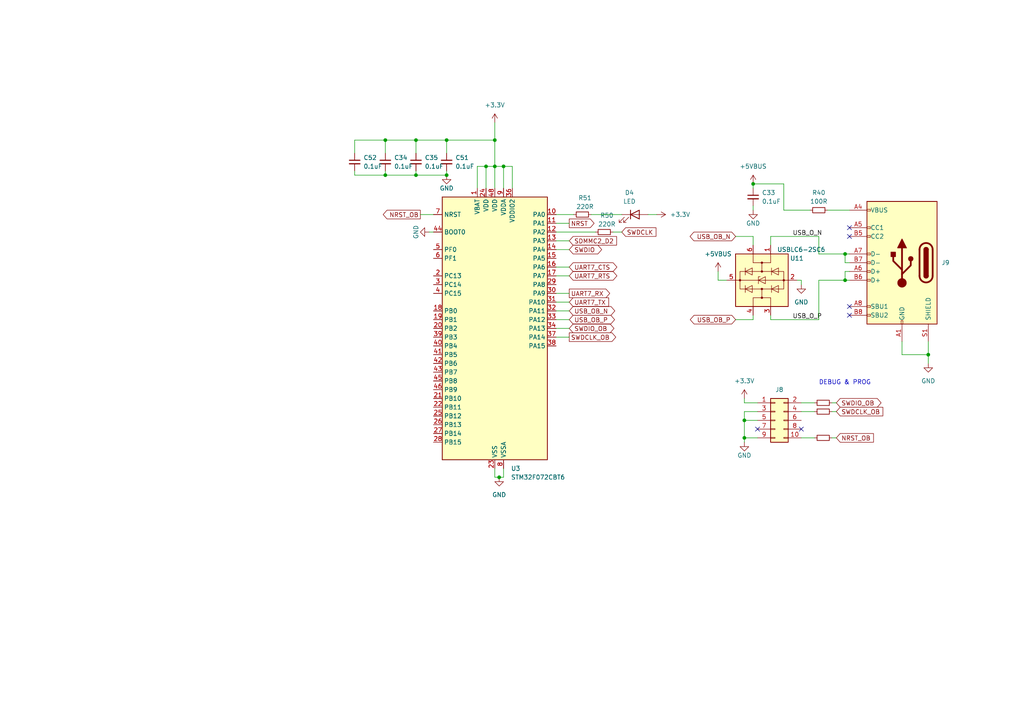
<source format=kicad_sch>
(kicad_sch (version 20250114) (generator "eeschema") (generator_version "9.0")
  (paper "A4")
  (lib_symbols
    (symbol "Connector:USB_C_Receptacle_USB2.0" (pin_names (offset 1.016))
      (property "Reference" "J" (at -10.16 19.05 0))
      (property "Value" "USB_C_Receptacle_USB2.0" (at 19.05 19.05 0))
      (symbol "USB_C_Receptacle_USB2.0_0_0"
        (rectangle (start -0.254 -17.78) (end 0.254 -16.764))
        (rectangle (start 10.16 15.494) (end 9.144 14.986))
        (rectangle (start 10.16 10.414) (end 9.144 9.906))
        (rectangle (start 10.16 7.874) (end 9.144 7.366))
        (rectangle (start 10.16 2.794) (end 9.144 2.286))
        (rectangle (start 10.16 0.254) (end 9.144 -0.254))
        (rectangle (start 10.16 -2.286) (end 9.144 -2.794))
        (rectangle (start 10.16 -4.826) (end 9.144 -5.334))
        (rectangle (start 10.16 -12.446) (end 9.144 -12.954))
        (rectangle (start 10.16 -14.986) (end 9.144 -15.494))
      )
      (symbol "USB_C_Receptacle_USB2.0_0_1"
        (rectangle (start -10.16 17.78) (end 10.16 -17.78) (stroke (width 0.254)) (fill (type background)))
        (polyline (pts (xy -8.89 -3.81) (xy -8.89 3.81)) (stroke (width 0.508)))
        (rectangle (start -7.62 -3.81) (end -6.35 3.81) (stroke (width 0.254)) (fill (type outline)))
        (arc (start -7.62 3.81) (mid -6.985 4.4423) (end -6.35 3.81) (stroke (width 0.254)))
        (arc (start -7.62 3.81) (mid -6.985 4.4423) (end -6.35 3.81) (stroke (width 0.254)) (fill (type outline)))
        (arc (start -8.89 3.81) (mid -6.985 5.7067) (end -5.08 3.81) (stroke (width 0.508)))
        (arc (start -5.08 -3.81) (mid -6.985 -5.7067) (end -8.89 -3.81) (stroke (width 0.508)))
        (arc (start -6.35 -3.81) (mid -6.985 -4.4423) (end -7.62 -3.81) (stroke (width 0.254)))
        (arc (start -6.35 -3.81) (mid -6.985 -4.4423) (end -7.62 -3.81) (stroke (width 0.254)) (fill (type outline)))
        (polyline (pts (xy -5.08 3.81) (xy -5.08 -3.81)) (stroke (width 0.508)))
        (circle (center -2.54 1.143) (radius 0.635) (stroke (width 0.254)) (fill (type outline)))
        (polyline (pts (xy -1.27 4.318) (xy 0 6.858) (xy 1.27 4.318) (xy -1.27 4.318)) (stroke (width 0.254)) (fill (type outline)))
        (polyline (pts (xy 0 -2.032) (xy 2.54 0.508) (xy 2.54 1.778)) (stroke (width 0.508)))
        (polyline (pts (xy 0 -3.302) (xy -2.54 -0.762) (xy -2.54 0.508)) (stroke (width 0.508)))
        (polyline (pts (xy 0 -5.842) (xy 0 4.318)) (stroke (width 0.508)))
        (circle (center 0 -5.842) (radius 1.27) (fill (type outline)))
        (rectangle (start 1.905 1.778) (end 3.175 3.048) (stroke (width 0.254)) (fill (type outline)))
      )
      (symbol "USB_C_Receptacle_USB2.0_1_1"
        (pin passive line (at -7.62 -22.86 90) (length 5.08) (name "SHIELD") (number "S1"))
        (pin passive line (at 0 -22.86 90) (length 5.08) (name "GND") (number "A1"))
        (pin passive line (at 0 -22.86 90) (length 5.08) (hide yes) (name "GND") (number "A12"))
        (pin passive line (at 0 -22.86 90) (length 5.08) (hide yes) (name "GND") (number "B1"))
        (pin passive line (at 0 -22.86 90) (length 5.08) (hide yes) (name "GND") (number "B12"))
        (pin passive line (at 15.24 15.24 180) (length 5.08) (name "VBUS") (number "A4"))
        (pin passive line (at 15.24 15.24 180) (length 5.08) (hide yes) (name "VBUS") (number "A9"))
        (pin passive line (at 15.24 15.24 180) (length 5.08) (hide yes) (name "VBUS") (number "B4"))
        (pin passive line (at 15.24 15.24 180) (length 5.08) (hide yes) (name "VBUS") (number "B9"))
        (pin bidirectional line (at 15.24 10.16 180) (length 5.08) (name "CC1") (number "A5"))
        (pin bidirectional line (at 15.24 7.62 180) (length 5.08) (name "CC2") (number "B5"))
        (pin bidirectional line (at 15.24 2.54 180) (length 5.08) (name "D-") (number "A7"))
        (pin bidirectional line (at 15.24 0 180) (length 5.08) (name "D-") (number "B7"))
        (pin bidirectional line (at 15.24 -2.54 180) (length 5.08) (name "D+") (number "A6"))
        (pin bidirectional line (at 15.24 -5.08 180) (length 5.08) (name "D+") (number "B6"))
        (pin bidirectional line (at 15.24 -12.7 180) (length 5.08) (name "SBU1") (number "A8"))
        (pin bidirectional line (at 15.24 -15.24 180) (length 5.08) (name "SBU2") (number "B8"))
      )
    )
    (symbol "Connector_Generic:Conn_02x05_Odd_Even" (pin_names (offset 1.016) (hide yes))
      (property "Reference" "J" (at 1.27 7.62 0))
      (property "Value" "Conn_02x05_Odd_Even" (at 1.27 -7.62 0))
      (symbol "Conn_02x05_Odd_Even_1_1"
        (rectangle (start -1.27 6.35) (end 3.81 -6.35) (stroke (width 0.254)) (fill (type background)))
        (rectangle (start -1.27 5.207) (end 0 4.953) (stroke (width 0.1524)))
        (rectangle (start -1.27 2.667) (end 0 2.413) (stroke (width 0.1524)))
        (rectangle (start -1.27 0.127) (end 0 -0.127) (stroke (width 0.1524)))
        (rectangle (start -1.27 -2.413) (end 0 -2.667) (stroke (width 0.1524)))
        (rectangle (start -1.27 -4.953) (end 0 -5.207) (stroke (width 0.1524)))
        (rectangle (start 3.81 5.207) (end 2.54 4.953) (stroke (width 0.1524)))
        (rectangle (start 3.81 2.667) (end 2.54 2.413) (stroke (width 0.1524)))
        (rectangle (start 3.81 0.127) (end 2.54 -0.127) (stroke (width 0.1524)))
        (rectangle (start 3.81 -2.413) (end 2.54 -2.667) (stroke (width 0.1524)))
        (rectangle (start 3.81 -4.953) (end 2.54 -5.207) (stroke (width 0.1524)))
        (pin passive line (at -5.08 5.08 0) (length 3.81) (name "Pin_1") (number "1"))
        (pin passive line (at -5.08 2.54 0) (length 3.81) (name "Pin_3") (number "3"))
        (pin passive line (at -5.08 0 0) (length 3.81) (name "Pin_5") (number "5"))
        (pin passive line (at -5.08 -2.54 0) (length 3.81) (name "Pin_7") (number "7"))
        (pin passive line (at -5.08 -5.08 0) (length 3.81) (name "Pin_9") (number "9"))
        (pin passive line (at 7.62 5.08 180) (length 3.81) (name "Pin_2") (number "2"))
        (pin passive line (at 7.62 2.54 180) (length 3.81) (name "Pin_4") (number "4"))
        (pin passive line (at 7.62 0 180) (length 3.81) (name "Pin_6") (number "6"))
        (pin passive line (at 7.62 -2.54 180) (length 3.81) (name "Pin_8") (number "8"))
        (pin passive line (at 7.62 -5.08 180) (length 3.81) (name "Pin_10") (number "10"))
      )
    )
    (symbol "Device:C_Small" (pin_numbers (hide yes)) (pin_names (offset 0.254) (hide yes))
      (property "Reference" "C" (at 0.254 1.778 0))
      (property "Value" "C_Small" (at 0.254 -2.032 0))
      (symbol "C_Small_0_1"
        (polyline (pts (xy -1.524 0.508) (xy 1.524 0.508)) (stroke (width 0.3048)))
        (polyline (pts (xy -1.524 -0.508) (xy 1.524 -0.508)) (stroke (width 0.3302)))
      )
      (symbol "C_Small_1_1"
        (pin passive line (at 0 2.54 270) (length 2.032) (name "~") (number "1"))
        (pin passive line (at 0 -2.54 90) (length 2.032) (name "~") (number "2"))
      )
    )
    (symbol "Device:LED" (pin_numbers (hide yes)) (pin_names (offset 1.016) (hide yes))
      (property "Reference" "D" (at 0 2.54 0))
      (property "Value" "LED" (at 0 -2.54 0))
      (symbol "LED_0_1"
        (polyline (pts (xy -3.048 -0.762) (xy -4.572 -2.286) (xy -3.81 -2.286) (xy -4.572 -2.286) (xy -4.572 -1.524)))
        (polyline (pts (xy -1.778 -0.762) (xy -3.302 -2.286) (xy -2.54 -2.286) (xy -3.302 -2.286) (xy -3.302 -1.524)))
        (polyline (pts (xy -1.27 0) (xy 1.27 0)))
        (polyline (pts (xy -1.27 -1.27) (xy -1.27 1.27)) (stroke (width 0.254)))
        (polyline (pts (xy 1.27 -1.27) (xy 1.27 1.27) (xy -1.27 0) (xy 1.27 -1.27)) (stroke (width 0.254)))
      )
      (symbol "LED_1_1"
        (pin passive line (at -3.81 0 0) (length 2.54) (name "K") (number "1"))
        (pin passive line (at 3.81 0 180) (length 2.54) (name "A") (number "2"))
      )
    )
    (symbol "Device:R_Small" (pin_numbers (hide yes)) (pin_names (offset 0.254) (hide yes))
      (property "Reference" "R" (at 0.762 0.508 0))
      (property "Value" "R_Small" (at 0.762 -1.016 0))
      (symbol "R_Small_0_1"
        (rectangle (start -0.762 1.778) (end 0.762 -1.778) (stroke (width 0.2032)))
      )
      (symbol "R_Small_1_1"
        (pin passive line (at 0 2.54 270) (length 0.762) (name "~") (number "1"))
        (pin passive line (at 0 -2.54 90) (length 0.762) (name "~") (number "2"))
      )
    )
    (symbol "GND_1" (power) (pin_numbers (hide yes)) (pin_names (offset 0) (hide yes))
      (property "Value" "GND" (at 0 -3.81 0))
      (symbol "GND_1_0_1"
        (polyline (pts (xy 0 0) (xy 0 -1.27) (xy 1.27 -1.27) (xy 0 -2.54) (xy -1.27 -1.27) (xy 0 -1.27)))
      )
      (symbol "GND_1_1_1"
        (pin power_in line (at 0 0 270) (length 0) (name "~") (number "1"))
      )
    )
    (symbol "MCU_ST_STM32F0:STM32F072CBTx"
      (property "Reference" "U" (at -15.24 39.37 0))
      (property "Value" "STM32F072CBTx" (at 7.62 39.37 0))
      (symbol "STM32F072CBTx_0_1"
        (rectangle (start -15.24 -38.1) (end 15.24 38.1) (stroke (width 0.254)) (fill (type background)))
      )
      (symbol "STM32F072CBTx_1_1"
        (pin input line (at -17.78 33.02 0) (length 2.54) (name "NRST") (number "7"))
        (pin input line (at -17.78 27.94 0) (length 2.54) (name "BOOT0") (number "44"))
        (pin bidirectional line (at -17.78 22.86 0) (length 2.54) (name "PF0") (number "5"))
        (pin bidirectional line (at -17.78 20.32 0) (length 2.54) (name "PF1") (number "6"))
        (pin bidirectional line (at -17.78 15.24 0) (length 2.54) (name "PC13") (number "2"))
        (pin bidirectional line (at -17.78 12.7 0) (length 2.54) (name "PC14") (number "3"))
        (pin bidirectional line (at -17.78 10.16 0) (length 2.54) (name "PC15") (number "4"))
        (pin bidirectional line (at -17.78 5.08 0) (length 2.54) (name "PB0") (number "18"))
        (pin bidirectional line (at -17.78 2.54 0) (length 2.54) (name "PB1") (number "19"))
        (pin bidirectional line (at -17.78 0 0) (length 2.54) (name "PB2") (number "20"))
        (pin bidirectional line (at -17.78 -2.54 0) (length 2.54) (name "PB3") (number "39"))
        (pin bidirectional line (at -17.78 -5.08 0) (length 2.54) (name "PB4") (number "40"))
        (pin bidirectional line (at -17.78 -7.62 0) (length 2.54) (name "PB5") (number "41"))
        (pin bidirectional line (at -17.78 -10.16 0) (length 2.54) (name "PB6") (number "42"))
        (pin bidirectional line (at -17.78 -12.7 0) (length 2.54) (name "PB7") (number "43"))
        (pin bidirectional line (at -17.78 -15.24 0) (length 2.54) (name "PB8") (number "45"))
        (pin bidirectional line (at -17.78 -17.78 0) (length 2.54) (name "PB9") (number "46"))
        (pin bidirectional line (at -17.78 -20.32 0) (length 2.54) (name "PB10") (number "21"))
        (pin bidirectional line (at -17.78 -22.86 0) (length 2.54) (name "PB11") (number "22"))
        (pin bidirectional line (at -17.78 -25.4 0) (length 2.54) (name "PB12") (number "25"))
        (pin bidirectional line (at -17.78 -27.94 0) (length 2.54) (name "PB13") (number "26"))
        (pin bidirectional line (at -17.78 -30.48 0) (length 2.54) (name "PB14") (number "27"))
        (pin bidirectional line (at -17.78 -33.02 0) (length 2.54) (name "PB15") (number "28"))
        (pin power_in line (at -5.08 40.64 270) (length 2.54) (name "VBAT") (number "1"))
        (pin power_in line (at -2.54 40.64 270) (length 2.54) (name "VDD") (number "24"))
        (pin power_in line (at 0 40.64 270) (length 2.54) (name "VDD") (number "48"))
        (pin power_in line (at 0 -40.64 90) (length 2.54) (name "VSS") (number "23"))
        (pin passive line (at 0 -40.64 90) (length 2.54) (hide yes) (name "VSS") (number "35"))
        (pin passive line (at 0 -40.64 90) (length 2.54) (hide yes) (name "VSS") (number "47"))
        (pin power_in line (at 2.54 40.64 270) (length 2.54) (name "VDDA") (number "9"))
        (pin power_in line (at 2.54 -40.64 90) (length 2.54) (name "VSSA") (number "8"))
        (pin power_in line (at 5.08 40.64 270) (length 2.54) (name "VDDIO2") (number "36"))
        (pin bidirectional line (at 17.78 33.02 180) (length 2.54) (name "PA0") (number "10"))
        (pin bidirectional line (at 17.78 30.48 180) (length 2.54) (name "PA1") (number "11"))
        (pin bidirectional line (at 17.78 27.94 180) (length 2.54) (name "PA2") (number "12"))
        (pin bidirectional line (at 17.78 25.4 180) (length 2.54) (name "PA3") (number "13"))
        (pin bidirectional line (at 17.78 22.86 180) (length 2.54) (name "PA4") (number "14"))
        (pin bidirectional line (at 17.78 20.32 180) (length 2.54) (name "PA5") (number "15"))
        (pin bidirectional line (at 17.78 17.78 180) (length 2.54) (name "PA6") (number "16"))
        (pin bidirectional line (at 17.78 15.24 180) (length 2.54) (name "PA7") (number "17"))
        (pin bidirectional line (at 17.78 12.7 180) (length 2.54) (name "PA8") (number "29"))
        (pin bidirectional line (at 17.78 10.16 180) (length 2.54) (name "PA9") (number "30"))
        (pin bidirectional line (at 17.78 7.62 180) (length 2.54) (name "PA10") (number "31"))
        (pin bidirectional line (at 17.78 5.08 180) (length 2.54) (name "PA11") (number "32"))
        (pin bidirectional line (at 17.78 2.54 180) (length 2.54) (name "PA12") (number "33"))
        (pin bidirectional line (at 17.78 0 180) (length 2.54) (name "PA13") (number "34"))
        (pin bidirectional line (at 17.78 -2.54 180) (length 2.54) (name "PA14") (number "37"))
        (pin bidirectional line (at 17.78 -5.08 180) (length 2.54) (name "PA15") (number "38"))
      )
    )
    (symbol "Power_Protection:USBLC6-2SC6" (pin_names (hide yes))
      (property "Reference" "U" (at 2.54 8.89 0))
      (property "Value" "USBLC6-2SC6" (at 2.54 -8.89 0))
      (symbol "USBLC6-2SC6_0_1"
        (rectangle (start -7.62 -7.62) (end 7.62 7.62) (stroke (width 0.254)) (fill (type background)))
        (polyline (pts (xy -5.08 2.54) (xy -7.62 2.54)))
        (circle (center -5.08 0) (radius 0.254) (fill (type outline)))
        (polyline (pts (xy -5.08 0) (xy -5.08 -2.54)))
        (polyline (pts (xy -5.08 -2.54) (xy -7.62 -2.54)))
        (polyline (pts (xy -3.556 2.794) (xy -1.524 2.794) (xy -2.54 4.826) (xy -3.556 2.794)))
        (polyline (pts (xy -3.556 -4.826) (xy -1.524 -4.826) (xy -2.54 -2.794) (xy -3.556 -4.826)))
        (rectangle (start -2.54 6.35) (end 2.54 -6.35))
        (circle (center -2.54 0) (radius 0.254) (fill (type outline)))
        (polyline (pts (xy -2.54 0) (xy -5.08 0) (xy -5.08 2.54)))
        (polyline (pts (xy -1.524 4.826) (xy -3.556 4.826)))
        (polyline (pts (xy -1.524 -2.794) (xy -3.556 -2.794)))
        (polyline (pts (xy -1.016 -1.016) (xy 1.016 -1.016) (xy 0 1.016) (xy -1.016 -1.016)))
        (circle (center 0 6.35) (radius 0.254) (fill (type outline)))
        (polyline (pts (xy 0 6.35) (xy 0 7.62)))
        (polyline (pts (xy 0 1.27) (xy 0 6.35)))
        (polyline (pts (xy 0 -6.35) (xy 0 1.27)))
        (circle (center 0 -6.35) (radius 0.254) (fill (type outline)))
        (polyline (pts (xy 0 -7.62) (xy 0 -6.35)))
        (polyline (pts (xy 1.016 1.016) (xy 0.762 1.016) (xy -1.016 1.016) (xy -1.016 0.508)))
        (polyline (pts (xy 1.524 4.826) (xy 3.556 4.826)))
        (polyline (pts (xy 1.524 -2.794) (xy 3.556 -2.794)))
        (polyline (pts (xy 2.54 0) (xy 5.08 0) (xy 5.08 2.54)))
        (circle (center 2.54 0) (radius 0.254) (fill (type outline)))
        (polyline (pts (xy 3.556 2.794) (xy 1.524 2.794) (xy 2.54 4.826) (xy 3.556 2.794)))
        (polyline (pts (xy 3.556 -4.826) (xy 1.524 -4.826) (xy 2.54 -2.794) (xy 3.556 -4.826)))
        (polyline (pts (xy 5.08 2.54) (xy 7.62 2.54)))
        (polyline (pts (xy 5.08 0) (xy 5.08 -2.54)))
        (circle (center 5.08 0) (radius 0.254) (fill (type outline)))
        (polyline (pts (xy 5.08 -2.54) (xy 7.62 -2.54)))
      )
      (symbol "USBLC6-2SC6_1_1"
        (pin passive line (at -10.16 2.54 0) (length 2.54) (name "I/O1") (number "6"))
        (pin passive line (at -10.16 -2.54 0) (length 2.54) (name "I/O1") (number "1"))
        (pin passive line (at 0 10.16 270) (length 2.54) (name "VBUS") (number "5"))
        (pin passive line (at 0 -10.16 90) (length 2.54) (name "GND") (number "2"))
        (pin passive line (at 10.16 2.54 180) (length 2.54) (name "I/O2") (number "4"))
        (pin passive line (at 10.16 -2.54 180) (length 2.54) (name "I/O2") (number "3"))
      )
    )
    (symbol "power:+3.3V" (power) (pin_names (offset 0))
      (property "Value" "+3.3V" (at 0 3.556 0))
      (symbol "+3.3V_0_1"
        (polyline (pts (xy -0.762 1.27) (xy 0 2.54)))
        (polyline (pts (xy 0 2.54) (xy 0.762 1.27)))
        (polyline (pts (xy 0 0) (xy 0 2.54)))
      )
      (symbol "+3.3V_1_1"
        (pin power_in line (at 0 0 90) (length 0) (hide yes) (name "+3.3V") (number "1"))
      )
    )
    (symbol "power:+5V" (power) (pin_names (offset 0))
      (property "Value" "+5V" (at 0 3.556 0))
      (symbol "+5V_0_1"
        (polyline (pts (xy -0.762 1.27) (xy 0 2.54)))
        (polyline (pts (xy 0 2.54) (xy 0.762 1.27)))
        (polyline (pts (xy 0 0) (xy 0 2.54)))
      )
      (symbol "+5V_1_1"
        (pin power_in line (at 0 0 90) (length 0) (hide yes) (name "+5V") (number "1"))
      )
    )
    (symbol "power:GND" (power) (pin_names (offset 0))
      (property "Value" "GND" (at 0 -3.81 0))
      (symbol "GND_0_1"
        (polyline (pts (xy 0 0) (xy 0 -1.27) (xy 1.27 -1.27) (xy 0 -2.54) (xy -1.27 -1.27) (xy 0 -1.27)))
      )
      (symbol "GND_1_1"
        (pin power_in line (at 0 0 270) (length 0) (hide yes) (name "GND") (number "1"))
      )
    )
  )
  (text "DEBUG & PROG" (at 237.49 111.76 0) (effects (font (size 1.27 1.27)) (justify left bottom)))
  (junction (at 146.05 48.26))
  (junction (at 140.97 48.26))
  (junction (at 218.44 53.34))
  (junction (at 215.9 127))
  (junction (at 245.11 81.28))
  (junction (at 143.51 48.26))
  (junction (at 245.11 73.66))
  (junction (at 269.24 102.87))
  (junction (at 129.54 50.8))
  (junction (at 129.54 40.64))
  (junction (at 215.9 121.92))
  (junction (at 111.76 40.64))
  (junction (at 120.65 50.8))
  (junction (at 144.78 138.43))
  (junction (at 120.65 40.64))
  (junction (at 111.76 50.8))
  (junction (at 143.51 40.64))
  (no_connect (at 246.38 68.58))
  (no_connect (at 232.41 124.46))
  (no_connect (at 246.38 66.04))
  (no_connect (at 246.38 88.9))
  (no_connect (at 246.38 91.44))
  (no_connect (at 219.71 124.46))
  (wire (pts (xy 245.11 73.66) (xy 237.49 73.66)))
  (wire (pts (xy 120.65 40.64) (xy 120.65 44.45)))
  (wire (pts (xy 146.05 48.26) (xy 148.59 48.26)))
  (wire (pts (xy 138.43 48.26) (xy 140.97 48.26)))
  (wire (pts (xy 241.3 127) (xy 242.57 127)))
  (wire (pts (xy 208.28 78.74) (xy 208.28 81.28)))
  (wire (pts (xy 219.71 119.38) (xy 215.9 119.38)))
  (wire (pts (xy 241.3 119.38) (xy 242.57 119.38)))
  (wire (pts (xy 237.49 81.28) (xy 237.49 92.71)))
  (wire (pts (xy 223.52 68.58) (xy 223.52 71.12)))
  (wire (pts (xy 161.29 69.85) (xy 165.1 69.85)))
  (wire (pts (xy 143.51 135.89) (xy 143.51 138.43)))
  (wire (pts (xy 232.41 116.84) (xy 236.22 116.84)))
  (wire (pts (xy 161.29 97.79) (xy 165.1 97.79)))
  (wire (pts (xy 218.44 92.71) (xy 218.44 91.44)))
  (wire (pts (xy 161.29 72.39) (xy 165.1 72.39)))
  (wire (pts (xy 232.41 119.38) (xy 236.22 119.38)))
  (wire (pts (xy 111.76 40.64) (xy 111.76 44.45)))
  (wire (pts (xy 161.29 67.31) (xy 172.72 67.31)))
  (wire (pts (xy 143.51 48.26) (xy 143.51 54.61)))
  (wire (pts (xy 232.41 82.55) (xy 232.41 81.28)))
  (wire (pts (xy 161.29 80.01) (xy 165.1 80.01)))
  (wire (pts (xy 140.97 48.26) (xy 143.51 48.26)))
  (wire (pts (xy 102.87 50.8) (xy 111.76 50.8)))
  (wire (pts (xy 261.62 102.87) (xy 269.24 102.87)))
  (wire (pts (xy 138.43 54.61) (xy 138.43 48.26)))
  (wire (pts (xy 143.51 48.26) (xy 146.05 48.26)))
  (wire (pts (xy 161.29 90.17) (xy 165.1 90.17)))
  (wire (pts (xy 261.62 99.06) (xy 261.62 102.87)))
  (wire (pts (xy 237.49 81.28) (xy 245.11 81.28)))
  (wire (pts (xy 143.51 40.64) (xy 143.51 48.26)))
  (wire (pts (xy 245.11 76.2) (xy 246.38 76.2)))
  (wire (pts (xy 121.92 62.23) (xy 125.73 62.23)))
  (wire (pts (xy 215.9 116.84) (xy 219.71 116.84)))
  (wire (pts (xy 140.97 48.26) (xy 140.97 54.61)))
  (wire (pts (xy 269.24 102.87) (xy 269.24 105.41)))
  (wire (pts (xy 218.44 68.58) (xy 218.44 71.12)))
  (wire (pts (xy 146.05 48.26) (xy 146.05 54.61)))
  (wire (pts (xy 269.24 102.87) (xy 269.24 99.06)))
  (wire (pts (xy 232.41 81.28) (xy 231.14 81.28)))
  (wire (pts (xy 120.65 40.64) (xy 129.54 40.64)))
  (wire (pts (xy 213.36 68.58) (xy 218.44 68.58)))
  (wire (pts (xy 218.44 53.34) (xy 218.44 54.61)))
  (wire (pts (xy 171.45 62.23) (xy 180.34 62.23)))
  (wire (pts (xy 215.9 127) (xy 215.9 121.92)))
  (wire (pts (xy 161.29 77.47) (xy 165.1 77.47)))
  (wire (pts (xy 215.9 121.92) (xy 219.71 121.92)))
  (wire (pts (xy 219.71 127) (xy 215.9 127)))
  (wire (pts (xy 161.29 64.77) (xy 165.1 64.77)))
  (wire (pts (xy 237.49 73.66) (xy 237.49 68.58)))
  (wire (pts (xy 143.51 35.56) (xy 143.51 40.64)))
  (wire (pts (xy 232.41 127) (xy 236.22 127)))
  (wire (pts (xy 161.29 62.23) (xy 166.37 62.23)))
  (wire (pts (xy 161.29 95.25) (xy 165.1 95.25)))
  (wire (pts (xy 245.11 81.28) (xy 246.38 81.28)))
  (wire (pts (xy 237.49 68.58) (xy 223.52 68.58)))
  (wire (pts (xy 215.9 127) (xy 215.9 128.27)))
  (wire (pts (xy 102.87 49.53) (xy 102.87 50.8)))
  (wire (pts (xy 240.03 60.96) (xy 246.38 60.96)))
  (wire (pts (xy 208.28 81.28) (xy 210.82 81.28)))
  (wire (pts (xy 223.52 92.71) (xy 223.52 91.44)))
  (wire (pts (xy 246.38 73.66) (xy 245.11 73.66)))
  (wire (pts (xy 213.36 92.71) (xy 218.44 92.71)))
  (wire (pts (xy 102.87 44.45) (xy 102.87 40.64)))
  (wire (pts (xy 218.44 53.34) (xy 227.33 53.34)))
  (wire (pts (xy 111.76 50.8) (xy 120.65 50.8)))
  (wire (pts (xy 120.65 50.8) (xy 129.54 50.8)))
  (wire (pts (xy 237.49 92.71) (xy 223.52 92.71)))
  (wire (pts (xy 146.05 138.43) (xy 146.05 135.89)))
  (wire (pts (xy 111.76 40.64) (xy 120.65 40.64)))
  (wire (pts (xy 124.46 67.31) (xy 125.73 67.31)))
  (wire (pts (xy 227.33 60.96) (xy 234.95 60.96)))
  (wire (pts (xy 215.9 119.38) (xy 215.9 121.92)))
  (wire (pts (xy 102.87 40.64) (xy 111.76 40.64)))
  (wire (pts (xy 161.29 87.63) (xy 165.1 87.63)))
  (wire (pts (xy 148.59 48.26) (xy 148.59 54.61)))
  (wire (pts (xy 187.96 62.23) (xy 190.5 62.23)))
  (wire (pts (xy 161.29 92.71) (xy 165.1 92.71)))
  (wire (pts (xy 129.54 40.64) (xy 143.51 40.64)))
  (wire (pts (xy 245.11 78.74) (xy 245.11 81.28)))
  (wire (pts (xy 120.65 49.53) (xy 120.65 50.8)))
  (wire (pts (xy 241.3 116.84) (xy 242.57 116.84)))
  (wire (pts (xy 111.76 49.53) (xy 111.76 50.8)))
  (wire (pts (xy 215.9 115.57) (xy 215.9 116.84)))
  (wire (pts (xy 227.33 53.34) (xy 227.33 60.96)))
  (wire (pts (xy 218.44 59.69) (xy 218.44 60.96)))
  (wire (pts (xy 161.29 85.09) (xy 165.1 85.09)))
  (wire (pts (xy 129.54 50.8) (xy 129.54 49.53)))
  (wire (pts (xy 143.51 138.43) (xy 144.78 138.43)))
  (wire (pts (xy 129.54 40.64) (xy 129.54 44.45)))
  (wire (pts (xy 177.8 67.31) (xy 180.34 67.31)))
  (wire (pts (xy 246.38 78.74) (xy 245.11 78.74)))
  (wire (pts (xy 144.78 138.43) (xy 146.05 138.43)))
  (wire (pts (xy 245.11 73.66) (xy 245.11 76.2)))
  (label "USB_O_N" (at 229.87 68.58 0))
  (label "USB_O_P" (at 229.87 92.71 0))
  (global_label "UART7_TX" (shape input) (at 165.1 87.63 0) (property "Intersheetrefs" "${INTERSHEET_REFS}" (effects (hide yes))))
  (global_label "SDMMC2_D2" (shape input) (at 165.1 69.85 0) (property "Intersheetrefs" "${INTERSHEET_REFS}" (effects (hide yes))))
  (global_label "SWDIO_OB" (shape bidirectional) (at 165.1 95.25 0) (property "Intersheetrefs" "${INTERSHEET_REFS}" (effects (hide yes))))
  (global_label "USB_OB_P" (shape bidirectional) (at 213.36 92.71 180) (property "Intersheetrefs" "${INTERSHEET_REFS}" (effects (hide yes))))
  (global_label "UART7_RTS" (shape bidirectional) (at 165.1 80.01 0) (property "Intersheetrefs" "${INTERSHEET_REFS}" (effects (hide yes))))
  (global_label "UART7_CTS" (shape bidirectional) (at 165.1 77.47 0) (property "Intersheetrefs" "${INTERSHEET_REFS}" (effects (hide yes))))
  (global_label "SWDCLK_OB" (shape input) (at 242.57 119.38 0) (property "Intersheetrefs" "${INTERSHEET_REFS}" (effects (hide yes))))
  (global_label "SWDCLK" (shape input) (at 180.34 67.31 0) (property "Intersheetrefs" "${INTERSHEET_REFS}" (effects (hide yes))))
  (global_label "NRST_OB" (shape output) (at 121.92 62.23 180) (property "Intersheetrefs" "${INTERSHEET_REFS}" (effects (hide yes))))
  (global_label "NRST" (shape output) (at 165.1 64.77 0) (property "Intersheetrefs" "${INTERSHEET_REFS}" (effects (hide yes))))
  (global_label "SWDCLK_OB" (shape output) (at 165.1 97.79 0) (property "Intersheetrefs" "${INTERSHEET_REFS}" (effects (hide yes))))
  (global_label "USB_OB_N" (shape bidirectional) (at 165.1 90.17 0) (property "Intersheetrefs" "${INTERSHEET_REFS}" (effects (hide yes))))
  (global_label "SWDIO_OB" (shape bidirectional) (at 242.57 116.84 0) (property "Intersheetrefs" "${INTERSHEET_REFS}" (effects (hide yes))))
  (global_label "UART7_RX" (shape output) (at 165.1 85.09 0) (property "Intersheetrefs" "${INTERSHEET_REFS}" (effects (hide yes))))
  (global_label "USB_OB_P" (shape bidirectional) (at 165.1 92.71 0) (property "Intersheetrefs" "${INTERSHEET_REFS}" (effects (hide yes))))
  (global_label "SWDIO" (shape bidirectional) (at 165.1 72.39 0) (property "Intersheetrefs" "${INTERSHEET_REFS}" (effects (hide yes))))
  (global_label "USB_OB_N" (shape bidirectional) (at 213.36 68.58 180) (property "Intersheetrefs" "${INTERSHEET_REFS}" (effects (hide yes))))
  (global_label "NRST_OB" (shape input) (at 242.57 127 0) (property "Intersheetrefs" "${INTERSHEET_REFS}" (effects (hide yes))))
  (symbol (lib_id "Device:R_Small") (at 238.76 119.38 270) (unit 1)
    (property "Reference" "R42" (effects (hide yes)))
    (property "Value" "22R" (effects (hide yes)))
    (property "Footprint" "Resistor_SMD:R_0603_1608Metric" (effects (hide yes)))
  )
  (symbol (lib_id "Device:R_Small") (at 237.49 60.96 270) (unit 1)
    (property "Reference" "R40" (at 237.49 55.88 90))
    (property "Value" "100R" (at 237.49 58.42 90))
    (property "Footprint" "Resistor_SMD:R_0603_1608Metric" (effects (hide yes)))
  )
  (symbol (lib_id "Device:C_Small") (at 111.76 46.99 0) (unit 1)
    (property "Reference" "C34" (at 114.3 45.7263 0) (effects (justify left)))
    (property "Value" "0.1uF" (at 114.3 48.2663 0) (effects (justify left)))
    (property "Footprint" "Capacitor_SMD:C_0603_1608Metric" (effects (hide yes)))
  )
  (symbol (lib_id "MCU_ST_STM32F0:STM32F072CBTx") (at 143.51 95.25 0) (unit 1)
    (property "Reference" "U3" (at 148.1933 135.89 0) (effects (justify left)))
    (property "Value" "STM32F072CBT6" (at 148.1933 138.43 0) (effects (justify left)))
    (property "Footprint" "Package_QFP:LQFP-48_7x7mm_P0.5mm" (effects (hide yes)))
    (property "Datasheet" "https://www.st.com/resource/en/datasheet/stm32f072cb.pdf" (effects (hide yes)))
    (property "Description" "STMicroelectronics Arm Cortex-M0 MCU, 128KB flash, 16KB RAM, 48 MHz, 2.0-3.6V, 37 GPIO, LQFP48" (effects (hide yes)))
  )
  (symbol (lib_id "Device:C_Small") (at 129.54 46.99 0) (unit 1)
    (property "Reference" "C51" (at 132.08 45.7263 0) (effects (justify left)))
    (property "Value" "0.1uF" (at 132.08 48.2663 0) (effects (justify left)))
    (property "Footprint" "Capacitor_SMD:C_0603_1608Metric" (effects (hide yes)))
  )
  (symbol (lib_id "power:+5V") (at 208.28 78.74 0) (unit 1)
    (property "Reference" "#PWR070" (effects (hide yes)))
    (property "Value" "+5VBUS" (at 208.28 73.66 0))
  )
  (symbol (lib_id "Connector:USB_C_Receptacle_USB2.0") (at 261.62 76.2 0) (mirror y) (unit 1)
    (property "Reference" "J9" (at 273.05 76.2 0) (effects (justify right)))
    (property "Value" "USB_C_Receptacle_USB2.0" (effects (hide yes)))
    (property "Footprint" "Connector_USB:USB_C_Receptacle_G-Switch_GT-USB-7010ASV" (effects (hide yes)))
    (property "Datasheet" "https://www.usb.org/sites/default/files/documents/usb_type-c.zip" (effects (hide yes)))
  )
  (symbol (lib_id "power:+5V") (at 218.44 53.34 0) (unit 1)
    (property "Reference" "#PWR064" (effects (hide yes)))
    (property "Value" "+5VBUS" (at 218.44 48.26 0))
  )
  (symbol (lib_id "Device:R_Small") (at 238.76 127 270) (unit 1)
    (property "Reference" "R44" (effects (hide yes)))
    (property "Value" "22R" (effects (hide yes)))
    (property "Footprint" "Resistor_SMD:R_0603_1608Metric" (effects (hide yes)))
  )
  (symbol (lib_id "Device:LED") (at 184.15 62.23 0) (unit 1)
    (property "Reference" "D4" (at 182.5625 55.88 0))
    (property "Value" "LED" (at 182.5625 58.42 0))
    (property "Footprint" "LED_SMD:LED_0603_1608Metric" (effects (hide yes)))
    (property "Description" "Light emitting diode" (effects (hide yes)))
    (property "Sim.Pins" "1=K 2=A" (effects (hide yes)))
  )
  (symbol (lib_id "power:+3.3V") (at 215.9 115.57 0) (unit 1)
    (property "Reference" "#PWR067" (effects (hide yes)))
    (property "Value" "+3.3V" (at 215.9 110.49 0))
  )
  (symbol (lib_id "Device:C_Small") (at 120.65 46.99 0) (unit 1)
    (property "Reference" "C35" (at 123.19 45.7263 0) (effects (justify left)))
    (property "Value" "0.1uF" (at 123.19 48.2663 0) (effects (justify left)))
    (property "Footprint" "Capacitor_SMD:C_0603_1608Metric" (effects (hide yes)))
  )
  (symbol (lib_id "power:GND") (at 124.46 67.31 270) (unit 1)
    (property "Reference" "#PWR075" (effects (hide yes)))
    (property "Value" "GND" (at 120.65 67.31 0))
  )
  (symbol (lib_id "Device:C_Small") (at 102.87 46.99 0) (unit 1)
    (property "Reference" "C52" (at 105.41 45.7263 0) (effects (justify left)))
    (property "Value" "0.1uF" (at 105.41 48.2663 0) (effects (justify left)))
    (property "Footprint" "Capacitor_SMD:C_0603_1608Metric" (effects (hide yes)))
  )
  (symbol (lib_id "power:GND") (at 144.78 138.43 0) (unit 1)
    (property "Reference" "#PWR076" (effects (hide yes)))
    (property "Value" "GND" (at 144.78 143.51 0))
  )
  (symbol (lib_id "Device:R_Small") (at 175.26 67.31 270) (unit 1)
    (property "Reference" "R50" (at 176.022 62.484 90))
    (property "Value" "220R" (at 176.022 65.024 90))
    (property "Footprint" "Resistor_SMD:R_0603_1608Metric" (effects (hide yes)))
  )
  (symbol (lib_id "power:GND") (at 232.41 82.55 0) (unit 1)
    (property "Reference" "#PWR066" (effects (hide yes)))
    (property "Value" "GND" (at 232.41 87.63 0))
  )
  (symbol (lib_id "power:+3.3V") (at 143.51 35.56 0) (unit 1)
    (property "Reference" "#PWR074" (effects (hide yes)))
    (property "Value" "+3.3V" (at 143.51 30.48 0))
  )
  (symbol (lib_id "Device:C_Small") (at 218.44 57.15 0) (unit 1)
    (property "Reference" "C33" (at 220.98 55.8863 0) (effects (justify left)))
    (property "Value" "0.1uF" (at 220.98 58.4263 0) (effects (justify left)))
    (property "Footprint" "Capacitor_SMD:C_0603_1608Metric" (effects (hide yes)))
  )
  (symbol (lib_id "Device:R_Small") (at 168.91 62.23 270) (unit 1)
    (property "Reference" "R51" (at 169.672 57.404 90))
    (property "Value" "220R" (at 169.672 59.944 90))
    (property "Footprint" "Resistor_SMD:R_0603_1608Metric" (effects (hide yes)))
  )
  (symbol (lib_id "power:+3.3V") (at 190.5 62.23 270) (unit 1)
    (property "Reference" "#PWR072" (effects (hide yes)))
    (property "Value" "+3.3V" (at 194.31 62.2299 90) (effects (justify left)))
  )
  (symbol (lib_id "power:GND") (at 218.44 60.96 0) (unit 1)
    (property "Reference" "#PWR065" (effects (hide yes)))
    (property "Value" "GND" (at 218.44 64.77 0))
  )
  (symbol (lib_id "Connector_Generic:Conn_02x05_Odd_Even") (at 224.79 121.92 0) (unit 1)
    (property "Reference" "J8" (at 226.06 113.03 0))
    (property "Value" "Conn_02x05_Odd_Even" (effects (hide yes)))
    (property "Footprint" "Connector_PinHeader_1.27mm:PinHeader_2x05_P1.27mm_Vertical_SMD" (effects (hide yes)))
  )
  (symbol (lib_id "power:GND") (at 269.24 105.41 0) (unit 1)
    (property "Reference" "#PWR069" (effects (hide yes)))
    (property "Value" "GND" (at 269.24 110.49 0))
  )
  (symbol (lib_id "Power_Protection:USBLC6-2SC6") (at 220.98 81.28 90) (mirror x) (unit 1)
    (property "Reference" "U11" (at 231.14 74.93 90))
    (property "Value" "USBLC6-2SC6" (at 232.41 72.39 90))
    (property "Footprint" "Package_TO_SOT_SMD:SOT-23-6" (effects (hide yes)))
    (property "Datasheet" "https://www.st.com/resource/en/datasheet/usblc6-2.pdf" (effects (hide yes)))
  )
  (symbol (lib_id "power:GND") (at 215.9 128.27 0) (unit 1)
    (property "Reference" "#PWR068" (effects (hide yes)))
    (property "Value" "GND" (at 215.9 132.08 0))
  )
  (symbol (lib_id "Device:R_Small") (at 238.76 116.84 270) (unit 1)
    (property "Reference" "R41" (effects (hide yes)))
    (property "Value" "22R" (effects (hide yes)))
    (property "Footprint" "Resistor_SMD:R_0603_1608Metric" (effects (hide yes)))
  )
  (symbol (lib_name "GND_1") (lib_id "power:GND") (at 129.54 50.8 0) (unit 1)
    (property "Reference" "#PWR028" (effects (hide yes)))
    (property "Value" "GND" (at 129.54 54.61 0))
    (property "Description" "Power symbol creates a global label with name \"GND\" , ground" (effects (hide yes)))
  )
)
</source>
